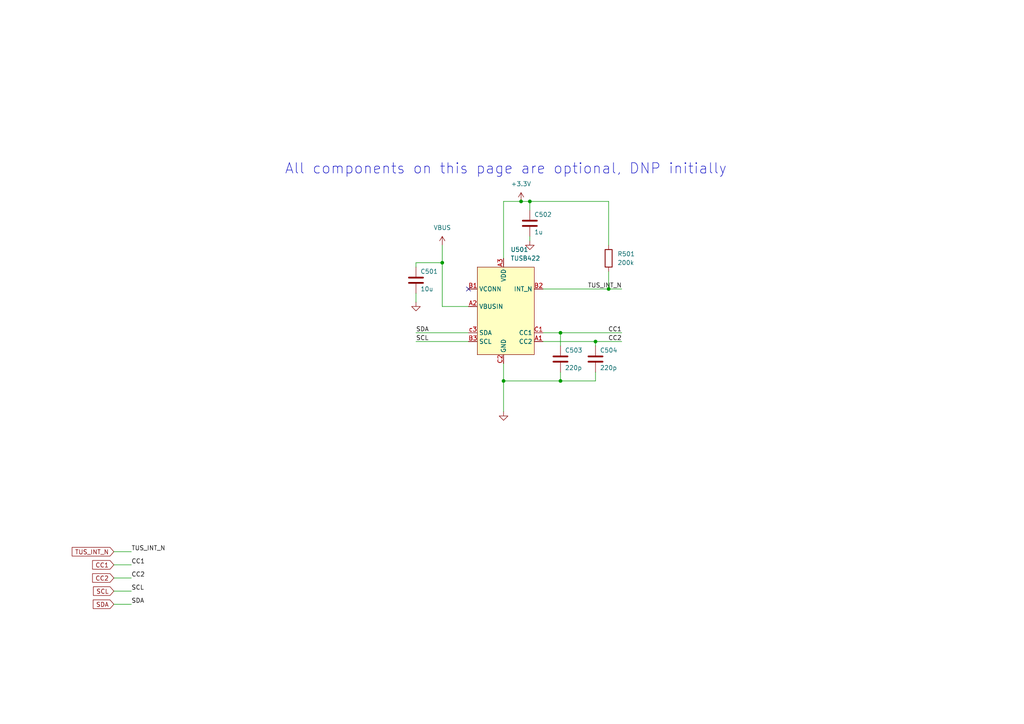
<source format=kicad_sch>
(kicad_sch (version 20211123) (generator eeschema)
  (paper "A4")
  (lib_symbols
    (symbol "Device:C" (pin_numbers hide) (pin_names (offset 0.254))
      (property "Reference" "C" (at 0.635 2.54 0))
      (property "Value" "C" (at 0.635 -2.54 0))
      (symbol "C_0_1"
        (polyline (pts (xy -2.032 -0.762) (xy 2.032 -0.762)) (stroke (width 0.508)))
        (polyline (pts (xy -2.032 0.762) (xy 2.032 0.762)) (stroke (width 0.508)))
      )
      (symbol "C_1_1"
        (pin passive line (at 0 3.81 270) (length 2.794) (name "~") (number "1"))
        (pin passive line (at 0 -3.81 90) (length 2.794) (name "~") (number "2"))
      )
    )
    (symbol "Device:R" (pin_numbers hide) (pin_names (offset 0))
      (property "Reference" "R" (at 2.032 0 90))
      (property "Value" "R" (at 0 0 90))
      (symbol "R_0_1"
        (rectangle (start -1.016 -2.54) (end 1.016 2.54) (stroke (width 0.254)))
      )
      (symbol "R_1_1"
        (pin passive line (at 0 3.81 270) (length 1.27) (name "~") (number "1"))
        (pin passive line (at 0 -3.81 90) (length 1.27) (name "~") (number "2"))
      )
    )
    (symbol "Eldalote_symbols:TUSB422"
      (property "Reference" "U" (at 13.97 13.97 0))
      (property "Value" "TUSB422" (at 17.78 29.21 0))
      (symbol "TUSB422_0_1"
        (rectangle (start -7.62 13.97) (end 8.89 -11.43) (fill (type background)))
      )
      (symbol "TUSB422_1_1"
        (pin passive line (at 11.43 -7.62 180) (length 2.54) (name "CC2") (number "A1"))
        (pin passive line (at -10.16 2.54 0) (length 2.54) (name "VBUSIN") (number "A2"))
        (pin passive line (at 0 16.51 270) (length 2.54) (name "VDD") (number "A3"))
        (pin passive line (at -10.16 7.62 0) (length 2.54) (name "VCONN") (number "B1"))
        (pin passive line (at 11.43 7.62 180) (length 2.54) (name "INT_N") (number "B2"))
        (pin passive line (at -10.16 -7.62 0) (length 2.54) (name "SCL") (number "B3"))
        (pin passive line (at 11.43 -5.08 180) (length 2.54) (name "CC1") (number "C1"))
        (pin passive line (at 0 -13.97 90) (length 2.54) (name "GND") (number "C2"))
        (pin passive line (at -10.16 -5.08 0) (length 2.54) (name "SDA") (number "c3"))
      )
    )
    (symbol "power:+3.3V" (power) (pin_names (offset 0))
      (property "Value" "+3.3V" (at 0 3.556 0))
      (symbol "+3.3V_0_1"
        (polyline (pts (xy -0.762 1.27) (xy 0 2.54)))
        (polyline (pts (xy 0 0) (xy 0 2.54)))
        (polyline (pts (xy 0 2.54) (xy 0.762 1.27)))
      )
      (symbol "+3.3V_1_1"
        (pin power_in line (at 0 0 90) (length 0) hide (name "+3.3V") (number "1"))
      )
    )
    (symbol "power:GND" (power) (pin_names (offset 0))
      (property "Value" "GND" (at 0 -3.81 0))
      (symbol "GND_0_1"
        (polyline (pts (xy 0 0) (xy 0 -1.27) (xy 1.27 -1.27) (xy 0 -2.54) (xy -1.27 -1.27) (xy 0 -1.27)))
      )
      (symbol "GND_1_1"
        (pin power_in line (at 0 0 270) (length 0) hide (name "GND") (number "1"))
      )
    )
    (symbol "power:VBUS" (power) (pin_names (offset 0))
      (property "Value" "VBUS" (at 0 3.81 0))
      (symbol "VBUS_0_1"
        (polyline (pts (xy -0.762 1.27) (xy 0 2.54)))
        (polyline (pts (xy 0 0) (xy 0 2.54)))
        (polyline (pts (xy 0 2.54) (xy 0.762 1.27)))
      )
      (symbol "VBUS_1_1"
        (pin power_in line (at 0 0 90) (length 0) hide (name "VBUS") (number "1"))
      )
    )
  )
  (junction (at 151.13 58.42))
  (junction (at 172.72 99.06))
  (junction (at 176.53 83.82))
  (junction (at 153.67 58.42))
  (junction (at 162.56 96.52))
  (junction (at 128.27 76.2))
  (junction (at 146.05 110.49))
  (junction (at 162.56 110.49))
  (no_connect (at 135.89 83.82))
  (wire (pts (xy 153.67 58.42) (xy 176.53 58.42)))
  (wire (pts (xy 172.72 99.06) (xy 172.72 100.33)))
  (wire (pts (xy 146.05 110.49) (xy 146.05 119.38)))
  (wire (pts (xy 120.65 96.52) (xy 135.89 96.52)))
  (wire (pts (xy 162.56 110.49) (xy 146.05 110.49)))
  (wire (pts (xy 146.05 58.42) (xy 151.13 58.42)))
  (wire (pts (xy 120.65 85.09) (xy 120.65 87.63)))
  (wire (pts (xy 162.56 107.95) (xy 162.56 110.49)))
  (wire (pts (xy 33.02 160.02) (xy 38.1 160.02)))
  (wire (pts (xy 120.65 76.2) (xy 128.27 76.2)))
  (wire (pts (xy 172.72 99.06) (xy 180.34 99.06)))
  (wire (pts (xy 162.56 96.52) (xy 162.56 100.33)))
  (wire (pts (xy 128.27 71.12) (xy 128.27 76.2)))
  (wire (pts (xy 153.67 58.42) (xy 153.67 60.96)))
  (wire (pts (xy 162.56 96.52) (xy 180.34 96.52)))
  (wire (pts (xy 120.65 99.06) (xy 135.89 99.06)))
  (wire (pts (xy 151.13 58.42) (xy 153.67 58.42)))
  (wire (pts (xy 135.89 88.9) (xy 128.27 88.9)))
  (wire (pts (xy 146.05 105.41) (xy 146.05 110.49)))
  (wire (pts (xy 157.48 99.06) (xy 172.72 99.06)))
  (wire (pts (xy 172.72 110.49) (xy 162.56 110.49)))
  (wire (pts (xy 128.27 76.2) (xy 128.27 88.9)))
  (wire (pts (xy 153.67 68.58) (xy 153.67 69.85)))
  (wire (pts (xy 33.02 167.64) (xy 38.1 167.64)))
  (wire (pts (xy 33.02 163.83) (xy 38.1 163.83)))
  (wire (pts (xy 157.48 96.52) (xy 162.56 96.52)))
  (wire (pts (xy 172.72 107.95) (xy 172.72 110.49)))
  (wire (pts (xy 176.53 83.82) (xy 180.34 83.82)))
  (wire (pts (xy 176.53 78.74) (xy 176.53 83.82)))
  (wire (pts (xy 157.48 83.82) (xy 176.53 83.82)))
  (wire (pts (xy 33.02 175.26) (xy 38.1 175.26)))
  (wire (pts (xy 120.65 77.47) (xy 120.65 76.2)))
  (wire (pts (xy 33.02 171.45) (xy 38.1 171.45)))
  (wire (pts (xy 146.05 74.93) (xy 146.05 58.42)))
  (wire (pts (xy 176.53 71.12) (xy 176.53 58.42)))
  (text "All components on this page are optional, DNP initially\n" (at 82.55 50.8 0) (effects (font (size 3 3)) (justify left bottom)))
  (label "SCL" (at 38.1 171.45 0))
  (label "CC2" (at 38.1 167.64 0))
  (label "TUS_INT_N" (at 180.34 83.82 180))
  (label "SDA" (at 38.1 175.26 0))
  (label "SCL" (at 120.65 99.06 0))
  (label "CC1" (at 180.34 96.52 180))
  (label "TUS_INT_N" (at 38.1 160.02 0))
  (label "SDA" (at 120.65 96.52 0))
  (label "CC1" (at 38.1 163.83 0))
  (label "CC2" (at 180.34 99.06 180))
  (global_label "SDA" (shape input) (at 33.02 175.26 180) (property "Intersheet References" "${INTERSHEET_REFS}" (effects hide)))
  (global_label "SCL" (shape input) (at 33.02 171.45 180) (property "Intersheet References" "${INTERSHEET_REFS}" (effects hide)))
  (global_label "CC1" (shape input) (at 33.02 163.83 180) (property "Intersheet References" "${INTERSHEET_REFS}" (effects hide)))
  (global_label "TUS_INT_N" (shape input) (at 33.02 160.02 180) (property "Intersheet References" "${INTERSHEET_REFS}" (effects hide)))
  (global_label "CC2" (shape input) (at 33.02 167.64 180) (property "Intersheet References" "${INTERSHEET_REFS}" (effects hide)))
  (symbol (lib_id "Device:C") (at 162.56 104.14 0) (unit 1)
    (property "Reference" "C503" (at 163.83 101.6 0) (effects (justify left)))
    (property "Value" "220p" (at 163.83 106.68 0) (effects (justify left)))
    (property "Footprint" "Capacitor_SMD:C_0402_1005Metric" (effects hide))
  )
  (symbol (lib_id "Device:C") (at 172.72 104.14 0) (unit 1)
    (property "Reference" "C504" (at 173.99 101.6 0) (effects (justify left)))
    (property "Value" "220p" (at 173.99 106.68 0) (effects (justify left)))
    (property "Footprint" "Capacitor_SMD:C_0402_1005Metric" (effects hide))
  )
  (symbol (lib_id "Eldalote_symbols:TUSB422") (at 146.05 91.44 0) (unit 1)
    (property "Reference" "U501" (at 148.0694 72.39 0) (effects (justify left)))
    (property "Value" "TUSB422" (at 148.0694 74.93 0) (effects (justify left)))
  )
  (symbol (lib_id "power:VBUS") (at 128.27 71.12 0) (unit 1)
    (property "Reference" "#PWR0502" (effects hide))
    (property "Value" "VBUS" (at 128.27 66.04 0))
  )
  (symbol (lib_id "power:GND") (at 146.05 119.38 0) (unit 1)
    (property "Reference" "#PWR0503" (effects hide))
    (property "Value" "GND" (effects hide))
  )
  (symbol (lib_id "power:GND") (at 153.67 69.85 0) (unit 1)
    (property "Reference" "#PWR0505" (effects hide))
    (property "Value" "GND" (effects hide))
  )
  (symbol (lib_id "Device:R") (at 176.53 74.93 0) (unit 1)
    (property "Reference" "R501" (at 179.07 73.6599 0) (effects (justify left)))
    (property "Value" "200k" (at 179.07 76.1999 0) (effects (justify left)))
    (property "Footprint" "Resistor_SMD:R_0402_1005Metric" (effects hide))
  )
  (symbol (lib_id "Device:C") (at 153.67 64.77 0) (unit 1)
    (property "Reference" "C502" (at 154.94 62.23 0) (effects (justify left)))
    (property "Value" "1u" (at 154.94 67.31 0) (effects (justify left)))
    (property "Footprint" "Capacitor_SMD:C_0603_1608Metric" (effects hide))
  )
  (symbol (lib_id "Device:C") (at 120.65 81.28 0) (unit 1)
    (property "Reference" "C501" (at 121.92 78.74 0) (effects (justify left)))
    (property "Value" "10u" (at 121.92 83.82 0) (effects (justify left)))
    (property "Footprint" "Capacitor_SMD:C_0805_2012Metric" (effects hide))
  )
  (symbol (lib_id "power:GND") (at 120.65 87.63 0) (unit 1)
    (property "Reference" "#PWR0501" (effects hide))
    (property "Value" "GND" (effects hide))
  )
  (symbol (lib_id "power:+3.3V") (at 151.13 58.42 0) (unit 1)
    (property "Reference" "#PWR0504" (effects hide))
    (property "Value" "+3.3V" (at 151.13 53.34 0))
  )
)
</source>
